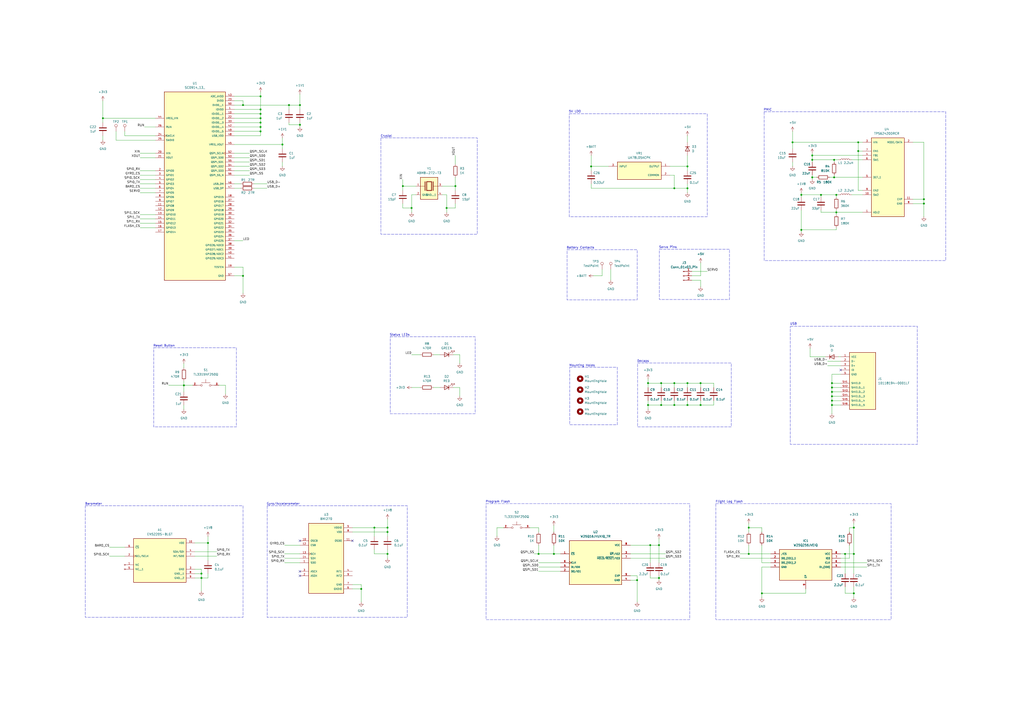
<source format=kicad_sch>
(kicad_sch (version 20250114) (generator "eeschema") (generator_version "9.0")
  (paper "A2")
  (rectangle (start 330.2 66.04) (end 410.21 125.73) (stroke (width 0) (type dash)))
  (rectangle (start 330.454 213.106) (end 358.14 246.38) (stroke (width 0) (type dash)))
  (rectangle (start 443.23 64.77) (end 548.64 151.13) (stroke (width 0) (type dash)))
  (rectangle (start 369.824 210.566) (end 424.18 247.65) (stroke (width 0) (type dash)))
  (rectangle (start 49.53 293.37) (end 140.97 358.14) (stroke (width 0) (type dash)))
  (rectangle (start 415.29 292.1) (end 516.89 359.41) (stroke (width 0) (type dash)))
  (rectangle (start 382.524 144.526) (end 423.164 173.736) (stroke (width 0) (type dash)))
  (rectangle (start 281.94 292.1) (end 400.05 359.41) (stroke (width 0) (type dash)))
  (rectangle (start 154.94 293.37) (end 236.22 358.14) (stroke (width 0) (type dash)))
  (rectangle (start 220.98 80.01) (end 276.86 135.89) (stroke (width 0) (type dash)))
  (rectangle (start 89.154 201.676) (end 137.16 247.65) (stroke (width 0) (type dash)))
  (rectangle (start 458.47 189.23) (end 532.13 257.81) (stroke (width 0) (type dash)))
  (rectangle (start 226.314 195.326) (end 275.59 240.03) (stroke (width 0) (type dash)))
  (rectangle (start 328.93 144.78) (end 369.57 173.99) (stroke (width 0) (type dash)))
  (text "Battery Contacts" (at 328.676 143.764 0) (effects (font (size 1.27 1.27)) (justify left)))
  (text "Gyro/Accelerometer" (at 154.686 292.354 0) (effects (font (size 1.27 1.27)) (justify left)))
  (text "5V LDO" (at 329.946 64.77 0) (effects (font (size 1.27 1.27)) (justify left)))
  (text "Decaps" (at 369.57 209.55 0) (effects (font (size 1.27 1.27)) (justify left)))
  (text "PMIC" (at 442.976 63.754 0) (effects (font (size 1.27 1.27)) (justify left)))
  (text "Mounting Holes" (at 330.2 212.09 0) (effects (font (size 1.27 1.27)) (justify left)))
  (text "Flight Log Flash" (at 415.036 291.084 0) (effects (font (size 1.27 1.27)) (justify left)))
  (text "Servo Pins" (at 382.27 143.51 0) (effects (font (size 1.27 1.27)) (justify left)))
  (text "Barometer" (at 49.276 292.354 0) (effects (font (size 1.27 1.27)) (justify left)))
  (text "Reset Button" (at 88.9 200.66 0) (effects (font (size 1.27 1.27)) (justify left)))
  (text "USB" (at 460.248 187.96 0) (effects (font (size 1.27 1.27))))
  (text "Program Flash" (at 281.686 291.084 0) (effects (font (size 1.27 1.27)) (justify left)))
  (text "Crystal" (at 220.726 78.994 0) (effects (font (size 1.27 1.27)) (justify left)))
  (text "Status LEDs" (at 226.06 194.31 0) (effects (font (size 1.27 1.27)) (justify left)))
  (junction (at 476.25 113.03))
  (junction (at 535.94 118.11))
  (junction (at 398.78 109.22))
  (junction (at 209.55 341.63))
  (junction (at 535.94 115.57))
  (junction (at 224.79 306.07))
  (junction (at 483.87 92.71))
  (junction (at 482.6 232.41))
  (junction (at 398.78 234.95))
  (junction (at 163.83 83.82))
  (junction (at 264.16 107.95))
  (junction (at 497.84 82.55))
  (junction (at 342.9 96.52))
  (junction (at 471.17 102.87))
  (junction (at 485.14 123.19))
  (junction (at 490.22 321.31))
  (junction (at 120.65 314.96))
  (junction (at 151.13 68.58))
  (junction (at 391.16 222.25))
  (junction (at 406.4 234.95))
  (junction (at 375.92 234.95))
  (junction (at 441.96 344.17))
  (junction (at 151.13 71.12))
  (junction (at 495.3 344.17))
  (junction (at 151.13 63.5))
  (junction (at 434.34 321.31))
  (junction (at 434.34 306.07))
  (junction (at 321.31 321.31))
  (junction (at 312.42 321.31))
  (junction (at 151.13 73.66))
  (junction (at 485.14 113.03))
  (junction (at 217.17 306.07))
  (junction (at 382.27 335.28))
  (junction (at 391.16 109.22))
  (junction (at 398.78 222.25))
  (junction (at 151.13 76.2))
  (junction (at 224.79 321.31))
  (junction (at 151.13 66.04))
  (junction (at 140.97 60.96))
  (junction (at 471.17 92.71))
  (junction (at 464.82 113.03))
  (junction (at 259.08 120.65))
  (junction (at 495.3 321.31))
  (junction (at 151.13 55.88))
  (junction (at 483.87 102.87))
  (junction (at 375.92 222.25))
  (junction (at 116.84 332.74))
  (junction (at 173.99 60.96))
  (junction (at 482.6 227.33))
  (junction (at 482.6 224.79))
  (junction (at 116.84 335.28))
  (junction (at 482.6 229.87))
  (junction (at 224.79 308.61))
  (junction (at 106.68 223.52))
  (junction (at 497.84 87.63))
  (junction (at 495.3 306.07))
  (junction (at 238.76 120.65))
  (junction (at 167.64 60.96))
  (junction (at 377.19 316.23))
  (junction (at 382.27 316.23))
  (junction (at 471.17 90.17))
  (junction (at 383.54 222.25))
  (junction (at 59.69 68.58))
  (junction (at 173.99 72.39))
  (junction (at 391.16 234.95))
  (junction (at 464.82 133.35))
  (junction (at 459.74 82.55))
  (junction (at 383.54 234.95))
  (junction (at 398.78 96.52))
  (junction (at 406.4 222.25))
  (junction (at 233.68 107.95))
  (junction (at 369.57 336.55))
  (junction (at 482.6 222.25))
  (junction (at 482.6 234.95))
  (junction (at 140.97 160.02))
  (no_connect (at 173.99 334.01))
  (no_connect (at 173.99 331.47))
  (no_connect (at 204.47 313.69))
  (no_connect (at 487.68 214.63))
  (no_connect (at 173.99 313.69))
  (wire (pts (xy 90.17 68.58) (xy 59.69 68.58)))
  (wire (pts (xy 59.69 68.58) (xy 59.69 58.42)))
  (wire (pts (xy 391.16 101.6) (xy 391.16 109.22)))
  (wire (pts (xy 106.68 210.82) (xy 106.68 213.36)))
  (wire (pts (xy 476.25 123.19) (xy 485.14 123.19)))
  (wire (pts (xy 414.02 232.41) (xy 414.02 234.95)))
  (wire (pts (xy 167.64 60.96) (xy 167.64 63.5)))
  (wire (pts (xy 375.92 222.25) (xy 375.92 224.79)))
  (wire (pts (xy 130.81 228.6) (xy 130.81 223.52)))
  (wire (pts (xy 135.89 55.88) (xy 151.13 55.88)))
  (wire (pts (xy 377.19 316.23) (xy 382.27 316.23)))
  (wire (pts (xy 398.78 222.25) (xy 391.16 222.25)))
  (wire (pts (xy 441.96 344.17) (xy 441.96 328.93)))
  (wire (pts (xy 116.84 330.2) (xy 113.03 330.2)))
  (wire (pts (xy 485.14 123.19) (xy 500.38 123.19)))
  (wire (pts (xy 434.34 321.31) (xy 447.04 321.31)))
  (wire (pts (xy 165.1 316.23) (xy 173.99 316.23)))
  (wire (pts (xy 130.81 223.52) (xy 127 223.52)))
  (wire (pts (xy 495.3 306.07) (xy 495.3 321.31)))
  (wire (pts (xy 209.55 339.09) (xy 204.47 339.09)))
  (wire (pts (xy 266.7 205.74) (xy 262.89 205.74)))
  (wire (pts (xy 113.03 332.74) (xy 116.84 332.74)))
  (wire (pts (xy 135.89 68.58) (xy 151.13 68.58)))
  (wire (pts (xy 495.3 321.31) (xy 495.3 332.74)))
  (wire (pts (xy 464.82 133.35) (xy 464.82 134.62)))
  (wire (pts (xy 497.84 87.63) (xy 497.84 82.55)))
  (wire (pts (xy 391.16 234.95) (xy 383.54 234.95)))
  (wire (pts (xy 113.03 320.04) (xy 125.73 320.04)))
  (wire (pts (xy 135.89 63.5) (xy 151.13 63.5)))
  (wire (pts (xy 72.39 78.74) (xy 72.39 76.2)))
  (wire (pts (xy 106.68 234.95) (xy 106.68 237.49)))
  (wire (pts (xy 151.13 63.5) (xy 151.13 66.04)))
  (wire (pts (xy 251.46 224.79) (xy 255.27 224.79)))
  (wire (pts (xy 398.78 106.68) (xy 398.78 109.22)))
  (wire (pts (xy 238.76 120.65) (xy 238.76 113.03)))
  (wire (pts (xy 464.82 121.92) (xy 464.82 133.35)))
  (wire (pts (xy 490.22 340.36) (xy 490.22 344.17)))
  (wire (pts (xy 482.6 234.95) (xy 487.68 234.95)))
  (wire (pts (xy 321.31 304.8) (xy 321.31 308.61)))
  (wire (pts (xy 264.16 118.11) (xy 264.16 120.65)))
  (wire (pts (xy 106.68 223.52) (xy 111.76 223.52)))
  (wire (pts (xy 113.03 322.58) (xy 125.73 322.58)))
  (wire (pts (xy 312.42 308.61) (xy 312.42 306.07)))
  (wire (pts (xy 173.99 71.12) (xy 173.99 72.39)))
  (wire (pts (xy 116.84 332.74) (xy 116.84 330.2)))
  (wire (pts (xy 383.54 222.25) (xy 375.92 222.25)))
  (wire (pts (xy 217.17 306.07) (xy 217.17 311.15)))
  (wire (pts (xy 81.28 109.22) (xy 90.17 109.22)))
  (wire (pts (xy 406.4 234.95) (xy 398.78 234.95)))
  (wire (pts (xy 471.17 101.6) (xy 471.17 102.87)))
  (wire (pts (xy 67.31 81.28) (xy 90.17 81.28)))
  (wire (pts (xy 382.27 334.01) (xy 382.27 335.28)))
  (wire (pts (xy 233.68 104.14) (xy 233.68 107.95)))
  (wire (pts (xy 321.31 316.23) (xy 321.31 321.31)))
  (wire (pts (xy 151.13 78.74) (xy 135.89 78.74)))
  (wire (pts (xy 495.3 340.36) (xy 495.3 344.17)))
  (wire (pts (xy 266.7 210.82) (xy 266.7 205.74)))
  (wire (pts (xy 434.34 316.23) (xy 434.34 321.31)))
  (wire (pts (xy 459.74 93.98) (xy 459.74 96.52)))
  (wire (pts (xy 375.92 237.49) (xy 375.92 234.95)))
  (wire (pts (xy 459.74 82.55) (xy 459.74 86.36)))
  (wire (pts (xy 165.1 326.39) (xy 173.99 326.39)))
  (wire (pts (xy 116.84 342.9) (xy 116.84 335.28)))
  (wire (pts (xy 163.83 83.82) (xy 135.89 83.82)))
  (wire (pts (xy 406.4 222.25) (xy 398.78 222.25)))
  (wire (pts (xy 535.94 82.55) (xy 529.59 82.55)))
  (wire (pts (xy 482.6 222.25) (xy 482.6 217.17)))
  (wire (pts (xy 383.54 234.95) (xy 375.92 234.95)))
  (wire (pts (xy 482.6 227.33) (xy 482.6 224.79)))
  (wire (pts (xy 398.78 78.74) (xy 398.78 82.55)))
  (wire (pts (xy 135.89 73.66) (xy 151.13 73.66)))
  (wire (pts (xy 344.17 160.02) (xy 349.25 160.02)))
  (wire (pts (xy 312.42 316.23) (xy 312.42 321.31)))
  (wire (pts (xy 81.28 91.44) (xy 90.17 91.44)))
  (wire (pts (xy 135.89 139.7) (xy 140.97 139.7)))
  (wire (pts (xy 429.26 321.31) (xy 434.34 321.31)))
  (wire (pts (xy 482.6 217.17) (xy 487.68 217.17)))
  (wire (pts (xy 264.16 120.65) (xy 259.08 120.65)))
  (wire (pts (xy 151.13 76.2) (xy 151.13 78.74)))
  (wire (pts (xy 487.68 321.31) (xy 490.22 321.31)))
  (wire (pts (xy 63.5 317.5) (xy 72.39 317.5)))
  (wire (pts (xy 243.84 224.79) (xy 238.76 224.79)))
  (wire (pts (xy 398.78 222.25) (xy 398.78 224.79)))
  (wire (pts (xy 72.39 78.74) (xy 90.17 78.74)))
  (wire (pts (xy 471.17 102.87) (xy 473.71 102.87)))
  (wire (pts (xy 485.14 133.35) (xy 464.82 133.35)))
  (wire (pts (xy 377.19 334.01) (xy 377.19 335.28)))
  (wire (pts (xy 266.7 229.87) (xy 266.7 224.79)))
  (wire (pts (xy 173.99 54.61) (xy 173.99 60.96)))
  (wire (pts (xy 497.84 110.49) (xy 497.84 87.63)))
  (wire (pts (xy 398.78 90.17) (xy 398.78 96.52)))
  (wire (pts (xy 398.78 234.95) (xy 398.78 232.41)))
  (wire (pts (xy 406.4 152.4) (xy 406.4 160.02)))
  (wire (pts (xy 312.42 306.07) (xy 307.34 306.07)))
  (wire (pts (xy 217.17 321.31) (xy 224.79 321.31)))
  (wire (pts (xy 238.76 113.03) (xy 241.3 113.03)))
  (wire (pts (xy 259.08 113.03) (xy 256.54 113.03)))
  (wire (pts (xy 471.17 88.9) (xy 471.17 90.17)))
  (wire (pts (xy 173.99 72.39) (xy 173.99 73.66)))
  (wire (pts (xy 135.89 91.44) (xy 144.78 91.44)))
  (wire (pts (xy 106.68 223.52) (xy 106.68 227.33)))
  (wire (pts (xy 135.89 106.68) (xy 139.7 106.68)))
  (wire (pts (xy 204.47 306.07) (xy 217.17 306.07)))
  (wire (pts (xy 106.68 220.98) (xy 106.68 223.52)))
  (wire (pts (xy 464.82 113.03) (xy 464.82 114.3)))
  (wire (pts (xy 264.16 102.87) (xy 264.16 107.95)))
  (wire (pts (xy 233.68 118.11) (xy 233.68 120.65)))
  (wire (pts (xy 342.9 96.52) (xy 353.06 96.52)))
  (wire (pts (xy 464.82 111.76) (xy 464.82 113.03)))
  (wire (pts (xy 163.83 83.82) (xy 163.83 86.36)))
  (wire (pts (xy 140.97 170.18) (xy 140.97 160.02)))
  (wire (pts (xy 369.57 334.01) (xy 369.57 336.55)))
  (wire (pts (xy 487.68 232.41) (xy 482.6 232.41)))
  (wire (pts (xy 369.57 336.55) (xy 365.76 336.55)))
  (wire (pts (xy 467.36 341.63) (xy 467.36 344.17)))
  (wire (pts (xy 490.22 321.31) (xy 495.3 321.31)))
  (wire (pts (xy 377.19 335.28) (xy 382.27 335.28)))
  (wire (pts (xy 135.89 88.9) (xy 144.78 88.9)))
  (wire (pts (xy 497.84 82.55) (xy 500.38 82.55)))
  (wire (pts (xy 467.36 344.17) (xy 441.96 344.17)))
  (wire (pts (xy 383.54 222.25) (xy 383.54 224.79)))
  (wire (pts (xy 59.69 78.74) (xy 59.69 81.28)))
  (wire (pts (xy 476.25 113.03) (xy 476.25 114.3)))
  (wire (pts (xy 81.28 124.46) (xy 90.17 124.46)))
  (wire (pts (xy 388.62 101.6) (xy 391.16 101.6)))
  (wire (pts (xy 365.76 316.23) (xy 377.19 316.23)))
  (wire (pts (xy 383.54 234.95) (xy 383.54 232.41)))
  (wire (pts (xy 500.38 87.63) (xy 497.84 87.63)))
  (wire (pts (xy 481.33 102.87) (xy 483.87 102.87)))
  (wire (pts (xy 325.12 321.31) (xy 321.31 321.31)))
  (wire (pts (xy 325.12 328.93) (xy 312.42 328.93)))
  (wire (pts (xy 342.9 106.68) (xy 342.9 109.22)))
  (wire (pts (xy 369.57 349.25) (xy 369.57 336.55)))
  (wire (pts (xy 151.13 73.66) (xy 151.13 76.2)))
  (wire (pts (xy 165.1 321.31) (xy 173.99 321.31)))
  (wire (pts (xy 209.55 341.63) (xy 209.55 339.09)))
  (wire (pts (xy 135.89 101.6) (xy 144.78 101.6)))
  (wire (pts (xy 81.28 101.6) (xy 90.17 101.6)))
  (wire (pts (xy 325.12 331.47) (xy 312.42 331.47)))
  (wire (pts (xy 120.65 332.74) (xy 120.65 335.28)))
  (wire (pts (xy 342.9 90.17) (xy 342.9 96.52)))
  (wire (pts (xy 140.97 60.96) (xy 167.64 60.96)))
  (wire (pts (xy 238.76 123.19) (xy 238.76 120.65)))
  (wire (pts (xy 487.68 212.09) (xy 480.06 212.09)))
  (wire (pts (xy 81.28 129.54) (xy 90.17 129.54)))
  (wire (pts (xy 113.03 335.28) (xy 116.84 335.28)))
  (wire (pts (xy 224.79 321.31) (xy 224.79 323.85)))
  (wire (pts (xy 354.33 156.21) (xy 354.33 162.56)))
  (wire (pts (xy 382.27 335.28) (xy 382.27 336.55)))
  (wire (pts (xy 406.4 160.02) (xy 401.32 160.02)))
  (wire (pts (xy 434.34 306.07) (xy 434.34 308.61)))
  (wire (pts (xy 81.28 106.68) (xy 90.17 106.68)))
  (wire (pts (xy 483.87 92.71) (xy 486.41 92.71)))
  (wire (pts (xy 495.3 303.53) (xy 495.3 306.07)))
  (wire (pts (xy 441.96 306.07) (xy 434.34 306.07)))
  (wire (pts (xy 217.17 318.77) (xy 217.17 321.31)))
  (wire (pts (xy 482.6 229.87) (xy 487.68 229.87)))
  (wire (pts (xy 441.96 326.39) (xy 447.04 326.39)))
  (wire (pts (xy 135.89 58.42) (xy 140.97 58.42)))
  (wire (pts (xy 209.55 349.25) (xy 209.55 341.63)))
  (wire (pts (xy 365.76 323.85) (xy 386.08 323.85)))
  (wire (pts (xy 342.9 96.52) (xy 342.9 99.06)))
  (wire (pts (xy 494.03 113.03) (xy 500.38 113.03)))
  (wire (pts (xy 135.89 71.12) (xy 151.13 71.12)))
  (wire (pts (xy 485.14 113.03) (xy 485.14 114.3)))
  (wire (pts (xy 398.78 109.22) (xy 398.78 111.76)))
  (wire (pts (xy 495.3 344.17) (xy 495.3 346.71)))
  (wire (pts (xy 173.99 60.96) (xy 173.99 63.5)))
  (wire (pts (xy 469.9 207.01) (xy 478.79 207.01)))
  (wire (pts (xy 81.28 104.14) (xy 90.17 104.14)))
  (wire (pts (xy 81.28 99.06) (xy 90.17 99.06)))
  (wire (pts (xy 259.08 120.65) (xy 259.08 113.03)))
  (wire (pts (xy 147.32 106.68) (xy 154.94 106.68)))
  (wire (pts (xy 441.96 316.23) (xy 441.96 326.39)))
  (wire (pts (xy 224.79 306.07) (xy 224.79 308.61)))
  (wire (pts (xy 459.74 76.2) (xy 459.74 82.55)))
  (wire (pts (xy 167.64 60.96) (xy 173.99 60.96)))
  (wire (pts (xy 204.47 308.61) (xy 224.79 308.61)))
  (wire (pts (xy 398.78 96.52) (xy 398.78 99.06)))
  (wire (pts (xy 487.68 209.55) (xy 480.06 209.55)))
  (wire (pts (xy 167.64 72.39) (xy 173.99 72.39)))
  (wire (pts (xy 264.16 110.49) (xy 264.16 107.95)))
  (wire (pts (xy 414.02 224.79) (xy 414.02 222.25)))
  (wire (pts (xy 342.9 109.22) (xy 391.16 109.22)))
  (wire (pts (xy 204.47 341.63) (xy 209.55 341.63)))
  (wire (pts (xy 312.42 321.31) (xy 309.88 321.31)))
  (wire (pts (xy 264.16 107.95) (xy 256.54 107.95)))
  (wire (pts (xy 494.03 92.71) (xy 500.38 92.71)))
  (wire (pts (xy 482.6 222.25) (xy 487.68 222.25)))
  (wire (pts (xy 391.16 222.25) (xy 391.16 224.79)))
  (wire (pts (xy 377.19 316.23) (xy 377.19 326.39)))
  (wire (pts (xy 476.25 113.03) (xy 485.14 113.03)))
  (wire (pts (xy 482.6 227.33) (xy 487.68 227.33)))
  (wire (pts (xy 243.84 205.74) (xy 238.76 205.74)))
  (wire (pts (xy 492.76 306.07) (xy 495.3 306.07)))
  (wire (pts (xy 529.59 115.57) (xy 535.94 115.57)))
  (wire (pts (xy 81.28 88.9) (xy 90.17 88.9)))
  (wire (pts (xy 485.14 123.19) (xy 485.14 124.46)))
  (wire (pts (xy 233.68 120.65) (xy 238.76 120.65)))
  (wire (pts (xy 483.87 101.6) (xy 483.87 102.87)))
  (wire (pts (xy 135.89 66.04) (xy 151.13 66.04)))
  (wire (pts (xy 135.89 60.96) (xy 140.97 60.96)))
  (wire (pts (xy 406.4 234.95) (xy 406.4 232.41)))
  (wire (pts (xy 471.17 90.17) (xy 471.17 92.71)))
  (wire (pts (xy 224.79 300.99) (xy 224.79 306.07)))
  (wire (pts (xy 391.16 109.22) (xy 398.78 109.22)))
  (wire (pts (xy 476.25 113.03) (xy 464.82 113.03)))
  (wire (pts (xy 490.22 321.31) (xy 490.22 332.74)))
  (wire (pts (xy 375.92 219.71) (xy 375.92 222.25)))
  (wire (pts (xy 163.83 93.98) (xy 163.83 96.52)))
  (wire (pts (xy 288.29 306.07) (xy 292.1 306.07)))
  (wire (pts (xy 81.28 132.08) (xy 90.17 132.08)))
  (wire (pts (xy 482.6 232.41) (xy 482.6 234.95)))
  (wire (pts (xy 135.89 154.94) (xy 140.97 154.94)))
  (wire (pts (xy 490.22 344.17) (xy 495.3 344.17)))
  (wire (pts (xy 410.21 157.48) (xy 401.32 157.48)))
  (wire (pts (xy 429.26 323.85) (xy 447.04 323.85)))
  (wire (pts (xy 535.94 125.73) (xy 535.94 118.11)))
  (wire (pts (xy 483.87 102.87) (xy 500.38 102.87)))
  (wire (pts (xy 500.38 110.49) (xy 497.84 110.49)))
  (wire (pts (xy 414.02 222.25) (xy 406.4 222.25)))
  (wire (pts (xy 441.96 308.61) (xy 441.96 306.07)))
  (wire (pts (xy 398.78 234.95) (xy 391.16 234.95)))
  (wire (pts (xy 492.76 323.85) (xy 487.68 323.85)))
  (wire (pts (xy 116.84 335.28) (xy 116.84 332.74)))
  (wire (pts (xy 288.29 311.15) (xy 288.29 306.07)))
  (wire (pts (xy 151.13 66.04) (xy 151.13 68.58)))
  (wire (pts (xy 233.68 107.95) (xy 241.3 107.95)))
  (wire (pts (xy 264.16 90.17) (xy 264.16 95.25)))
  (wire (pts (xy 224.79 318.77) (xy 224.79 321.31)))
  (wire (pts (xy 482.6 229.87) (xy 482.6 232.41)))
  (wire (pts (xy 529.59 118.11) (xy 535.94 118.11)))
  (wire (pts (xy 483.87 93.98) (xy 483.87 92.71)))
  (wire (pts (xy 63.5 322.58) (xy 72.39 322.58)))
  (wire (pts (xy 81.28 127) (xy 90.17 127)))
  (wire (pts (xy 135.89 76.2) (xy 151.13 76.2)))
  (wire (pts (xy 151.13 55.88) (xy 151.13 63.5)))
  (wire (pts (xy 147.32 109.22) (xy 154.94 109.22)))
  (wire (pts (xy 471.17 92.71) (xy 471.17 93.98)))
  (wire (pts (xy 163.83 80.01) (xy 163.83 83.82)))
  (wire (pts (xy 406.4 166.37) (xy 406.4 162.56)))
  (wire (pts (xy 500.38 90.17) (xy 471.17 90.17)))
  (wire (pts (xy 434.34 303.53) (xy 434.34 306.07)))
  (wire (pts (xy 59.69 68.58) (xy 59.69 71.12)))
  (wire (pts (xy 233.68 110.49) (xy 233.68 107.95)))
  (wire (pts (xy 441.96 346.71) (xy 441.96 344.17)))
  (wire (pts (xy 482.6 234.95) (xy 482.6 240.03)))
  (wire (pts (xy 151.13 71.12) (xy 151.13 73.66)))
  (wire (pts (xy 483.87 92.71) (xy 471.17 92.71)))
  (wire (pts (xy 365.76 334.01) (xy 369.57 334.01)))
  (wire (pts (xy 325.12 326.39) (xy 312.42 326.39)))
  (wire (pts (xy 120.65 311.15) (xy 120.65 314.96)))
  (wire (pts (xy 459.74 82.55) (xy 497.84 82.55)))
  (wire (pts (xy 135.89 99.06) (xy 144.78 99.06)))
  (wire (pts (xy 217.17 306.07) (xy 224.79 306.07)))
  (wire (pts (xy 167.64 71.12) (xy 167.64 72.39)))
  (wire (pts (xy 535.94 115.57) (xy 535.94 82.55)))
  (wire (pts (xy 502.92 328.93) (xy 487.68 328.93)))
  (wire (pts (xy 140.97 160.02) (xy 135.89 160.02)))
  (wire (pts (xy 365.76 321.31) (xy 386.08 321.31)))
  (wire (pts (xy 469.9 201.93) (xy 469.9 207.01)))
  (wire (pts (xy 406.4 222.25) (xy 406.4 224.79)))
  (wire (pts (xy 492.76 316.23) (xy 492.76 323.85)))
  (wire (pts (xy 502.92 326.39) (xy 487.68 326.39)))
  (wire (pts (xy 251.46 205.74) (xy 255.27 205.74)))
  (wire (pts (xy 259.08 123.19) (xy 259.08 120.65)))
  (wire (pts (xy 266.7 224.79) (xy 262.89 224.79)))
  (wire (pts (xy 140.97 58.42) (xy 140.97 60.96)))
  (wire (pts (xy 321.31 321.31) (xy 312.42 321.31)))
  (wire (pts (xy 224.79 308.61) (xy 224.79 311.15)))
  (wire (pts (xy 382.27 316.23) (xy 382.27 326.39)))
  (wire (pts (xy 482.6 224.79) (xy 487.68 224.79)))
  (wire (pts (xy 135.89 96.52) (xy 144.78 96.52)))
  (wire (pts (xy 165.1 323.85) (xy 173.99 323.85)))
  (wire (pts (xy 482.6 224.79) (xy 482.6 222.25)))
  (wire (pts (xy 391.16 222.25) (xy 383.54 222.25)))
  (wire (pts (xy 151.13 68.58) (xy 151.13 71.12)))
  (wire (pts (xy 382.27 312.42) (xy 382.27 316.23)))
  (wire (pts (xy 476.25 121.92) (xy 476.25 123.19)))
  (wire (pts (xy 471.17 104.14) (xy 471.17 102.87)))
  (wire (pts (xy 120.65 314.96) (xy 120.65 325.12)))
  (wire (pts (xy 485.14 132.08) (xy 485.14 133.35)))
  (wire (pts (xy 485.14 113.03) (xy 486.41 113.03)))
  (wire (pts (xy 113.03 314.96) (xy 120.65 314.96)))
  (wire (pts (xy 135.89 109.22) (xy 139.7 109.22)))
  (wire (pts (xy 486.41 207.01) (xy 487.68 207.01)))
  (wire (pts (xy 375.92 234.95) (xy 375.92 232.41)))
  (wire (pts (xy 67.31 76.2) (xy 67.31 81.28)))
  (wire (pts (xy 97.79 223.52) (xy 106.68 223.52)))
  (wire (pts (xy 81.28 111.76) (xy 90.17 111.76)))
  (wire (pts (xy 388.62 96.52) (xy 398.78 96.52)))
  (wire (pts (xy 535.94 118.11) (xy 535.94 115.57)))
  (wire (pts (xy 83.82 73.66) (xy 90.17 73.66)))
  (wire (pts (xy 492.76 308.61) (xy 492.76 306.07)))
  (wire (pts (xy 391.16 234.95) (xy 391.16 232.41)))
  (wire (pts (xy 485.14 121.92) (xy 485.14 123.19)))
  (wire (pts (xy 414.02 234.95) (xy 406.4 234.95)))
  (wire (pts (xy 116.84 335.28) (xy 120.65 335.28)))
  (wire (pts (xy 482.6 229.87) (xy 482.6 227.33)))
  (wire (pts (xy 140.97 154.94) (xy 140.97 160.02)))
  (wire (pts (xy 151.13 53.34) (xy 151.13 55.88)))
  (wire (pts (xy 441.96 328.93) (xy 447.04 328.93)))
  (wire (pts (xy 349.25 160.02) (xy 349.25 156.21)))
  (wire (pts (xy 406.4 162.56) (xy 401.32 162.56)))
  (wire (pts (xy 135.89 93.98) (xy 144.78 93.98)))
  (label "BARO_CS" (at 81.28 109.22 180))
  (label "USB_D+" (at 480.06 212.09 180))
  (label "FLASH_CS" (at 81.28 132.08 180))
  (label "SPI1_SCK" (at 81.28 124.46 180))
  (label "SPI0_TX" (at 81.28 106.68 180))
  (label "SPI1_SCK" (at 502.92 326.39 0))
  (label "QSPI_SD1" (at 144.78 93.98 0))
  (label "QSPI_SCLK" (at 312.42 326.39 180))
  (label "USB_D-" (at 480.06 209.55 180))
  (label "SERVO" (at 81.28 111.76 180))
  (label "SPI1_RX" (at 429.26 323.85 180))
  (label "BARO_CS" (at 63.5 317.5 180))
  (label "QSPI_SD2" (at 386.08 321.31 0))
  (label "SPI1_TX" (at 502.92 328.93 0))
  (label "LED" (at 238.76 205.74 180))
  (label "SPI0_RX" (at 165.1 326.39 180))
  (label "SPI1_RX" (at 81.28 129.54 180))
  (label "QSPI_SD1" (at 312.42 331.47 180))
  (label "QSPI_SCLK" (at 144.78 88.9 0))
  (label "FLASH_CS" (at 429.26 321.31 180))
  (label "SPI0_TX" (at 125.73 320.04 0))
  (label "GYRO_CS" (at 81.28 101.6 180))
  (label "XIN" (at 233.68 104.14 90))
  (label "GYRO_CS" (at 165.1 316.23 180))
  (label "SPI0_TX" (at 165.1 323.85 180))
  (label "SPI0_SCK" (at 81.28 104.14 180))
  (label "USB_D+" (at 154.94 109.22 0))
  (label "XOUT" (at 264.16 90.17 90))
  (label "SPI0_RX" (at 125.73 322.58 0))
  (label "SPI0_SCK" (at 165.1 321.31 180))
  (label "SPI1_TX" (at 81.28 127 180))
  (label "QSPI_SD3" (at 386.08 323.85 0))
  (label "QSPI_SD0" (at 312.42 328.93 180))
  (label "RUN" (at 83.82 73.66 180))
  (label "QSPI_SS" (at 309.88 321.31 180))
  (label "QSPI_SS" (at 144.78 101.6 0))
  (label "USB_D-" (at 154.94 106.68 0))
  (label "RUN" (at 97.79 223.52 180))
  (label "XIN" (at 81.28 88.9 180))
  (label "QSPI_SD2" (at 144.78 96.52 0))
  (label "QSPI_SD3" (at 144.78 99.06 0))
  (label "XOUT" (at 81.28 91.44 180))
  (label "LED" (at 140.97 139.7 0))
  (label "QSPI_SD0" (at 144.78 91.44 0))
  (label "SPI0_RX" (at 81.28 99.06 180))
  (label "SERVO" (at 410.21 157.48 0))
  (label "SPI0_SCK" (at 63.5 322.58 180))
  (symbol (lib_id "Device:L") (at 490.22 113.03 90) (unit 1)
    (property "Reference" "L2" (at 487.426 110.49 90))
    (property "Value" "2.2uH" (at 492.506 110.49 90))
    (property "Footprint" "Inductor_SMD:L_0402_1005Metric" (effects (hide yes)))
    (property "Description" "Inductor" (effects (hide yes)))
  )
  (symbol (lib_id "Device:C") (at 383.54 228.6 0) (unit 1)
    (property "Reference" "C10" (at 384.81 226.06 0) (effects (justify left)))
    (property "Value" "0.1uF" (at 384.81 231.648 0) (effects (justify left)))
    (property "Footprint" "Capacitor_SMD:C_0402_1005Metric" (effects (hide yes)))
    (property "Description" "Unpolarized capacitor" (effects (hide yes)))
  )
  (symbol (lib_id "Device:C") (at 476.25 118.11 0) (unit 1)
    (property "Reference" "C17" (at 475.488 115.57 0) (effects (justify right)))
    (property "Value" "33pF" (at 475.742 120.904 0) (effects (justify right)))
    (property "Footprint" "Capacitor_SMD:C_0402_1005Metric" (effects (hide yes)))
    (property "Description" "Unpolarized capacitor" (effects (hide yes)))
  )
  (symbol (lib_id "power:GND") (at 482.6 240.03 0) (unit 1)
    (property "Reference" "#PWR013" (effects (hide yes)))
    (property "Value" "GND" (at 482.6 245.11 0))
    (property "Description" "Power symbol creates a global label with name \"GND\" , ground" (effects (hide yes)))
  )
  (symbol (lib_id "Device:C") (at 106.68 231.14 0) (mirror y) (unit 1)
    (property "Reference" "C21" (at 105.41 228.6 0) (effects (justify left)))
    (property "Value" "1uF" (at 105.41 234.188 0) (effects (justify left)))
    (property "Footprint" "Capacitor_SMD:C_0402_1005Metric" (effects (hide yes)))
    (property "Description" "Unpolarized capacitor" (effects (hide yes)))
  )
  (symbol (lib_id "power:GND") (at 163.83 96.52 0) (unit 1)
    (property "Reference" "#PWR04" (effects (hide yes)))
    (property "Value" "GND" (at 163.83 101.6 0))
    (property "Description" "Power symbol creates a global label with name \"GND\" , ground" (effects (hide yes)))
  )
  (symbol (lib_id "Mechanical:MountingHole") (at 336.55 219.71 0) (unit 1) (in_bom no)
    (property "Reference" "H1" (at 339.09 218.4399 0) (effects (justify left)))
    (property "Value" "MountingHole" (at 339.09 220.9799 0) (effects (justify left)))
    (property "Footprint" "MountingHole:MountingHole_3mm" (effects (hide yes)))
    (property "Description" "Mounting Hole without connection" (effects (hide yes)))
  )
  (symbol (lib_id "power:GND") (at 106.68 237.49 0) (unit 1)
    (property "Reference" "#PWR030" (effects (hide yes)))
    (property "Value" "GND" (at 106.68 242.57 0))
    (property "Description" "Power symbol creates a global label with name \"GND\" , ground" (effects (hide yes)))
  )
  (symbol (lib_id "power:+5V") (at 406.4 152.4 0) (unit 1)
    (property "Reference" "#PWR044" (effects (hide yes)))
    (property "Value" "+5V" (at 406.4 147.32 0))
    (property "Description" "Power symbol creates a global label with name \"+5V\"" (effects (hide yes)))
  )
  (symbol (lib_id "power:+1V1") (at 163.83 80.01 0) (unit 1)
    (property "Reference" "#PWR03" (effects (hide yes)))
    (property "Value" "+1V1" (at 163.83 74.93 0))
    (property "Description" "Power symbol creates a global label with name \"+1V1\"" (effects (hide yes)))
  )
  (symbol (lib_id "Device:R") (at 106.68 217.17 0) (mirror x) (unit 1)
    (property "Reference" "R9" (at 104.14 215.8999 0) (effects (justify right)))
    (property "Value" "470R" (at 104.14 218.4399 0) (effects (justify right)))
    (property "Footprint" "Resistor_SMD:R_0402_1005Metric" (effects (hide yes)))
    (property "Description" "Resistor" (effects (hide yes)))
  )
  (symbol (lib_id "power:+5V") (at 469.9 201.93 0) (unit 1)
    (property "Reference" "#PWR012" (effects (hide yes)))
    (property "Value" "+5V" (at 469.9 196.85 0))
    (property "Description" "Power symbol creates a global label with name \"+5V\"" (effects (hide yes)))
  )
  (symbol (lib_id "Device:C") (at 120.65 328.93 0) (unit 1)
    (property "Reference" "C4" (at 124.46 327.6599 0) (effects (justify left)))
    (property "Value" "0.1uF" (at 124.46 330.1999 0) (effects (justify left)))
    (property "Footprint" "Capacitor_SMD:C_0402_1005Metric" (effects (hide yes)))
    (property "Description" "Unpolarized capacitor" (effects (hide yes)))
  )
  (symbol (lib_id "power:GND") (at 375.92 237.49 0) (unit 1)
    (property "Reference" "#PWR018" (effects (hide yes)))
    (property "Value" "GND" (at 375.92 242.57 0))
    (property "Description" "Power symbol creates a global label with name \"GND\" , ground" (effects (hide yes)))
  )
  (symbol (lib_id "Mechanical:MountingHole") (at 336.55 238.76 0) (unit 1) (in_bom no)
    (property "Reference" "H4" (at 339.09 237.4899 0) (effects (justify left)))
    (property "Value" "MountingHole" (at 339.09 240.0299 0) (effects (justify left)))
    (property "Footprint" "MountingHole:MountingHole_3mm" (effects (hide yes)))
    (property "Description" "Mounting Hole without connection" (effects (hide yes)))
  )
  (symbol (lib_id "power:GND") (at 266.7 229.87 0) (unit 1)
    (property "Reference" "#PWR041" (effects (hide yes)))
    (property "Value" "GND" (at 266.7 234.95 0))
    (property "Description" "Power symbol creates a global label with name \"GND\" , ground" (effects (hide yes)))
  )
  (symbol (lib_id "TPS62420DRCR:TPS62420DRCR") (at 514.35 100.33 0) (unit 1)
    (property "Reference" "U4" (at 514.35 74.93 0))
    (property "Value" "TPS62420DRCR" (at 514.35 77.47 0))
    (property "Footprint" "Components:IC_TPS62420DRCR" (effects (hide yes)))
    (property "PARTREV" "D" (effects (hide yes)))
    (property "STANDARD" "Manufacturer Recommendations" (effects (hide yes)))
    (property "MAXIMUM_PACKAGE_HEIGHT" "1.00 mm" (effects (hide yes)))
    (property "MANUFACTURER" "Texas Instruments" (effects (hide yes)))
  )
  (symbol (lib_id "power:GND") (at 173.99 73.66 0) (unit 1)
    (property "Reference" "#PWR06" (effects (hide yes)))
    (property "Value" "GND" (at 173.99 78.74 0))
    (property "Description" "Power symbol creates a global label with name \"GND\" , ground" (effects (hide yes)))
  )
  (symbol (lib_id "Device:C") (at 464.82 118.11 0) (unit 1)
    (property "Reference" "C18" (at 463.804 115.57 0) (effects (justify right)))
    (property "Value" "22uF" (at 463.804 120.904 0) (effects (justify right)))
    (property "Footprint" "Capacitor_SMD:C_0402_1005Metric" (effects (hide yes)))
    (property "Description" "Unpolarized capacitor" (effects (hide yes)))
  )
  (symbol (lib_id "Connector:TestPoint") (at 349.25 156.21 0) (mirror y) (unit 1)
    (property "Reference" "TP3" (at 347.345 151.638 0) (effects (justify left)))
    (property "Value" "TestPoint" (at 347.345 154.178 0) (effects (justify left)))
    (property "Footprint" "TestPoint:TestPoint_Pad_3.0x3.0mm" (effects (hide yes)))
  )
  (symbol (lib_id "Device:C") (at 406.4 228.6 0) (unit 1)
    (property "Reference" "C13" (at 407.67 226.06 0) (effects (justify left)))
    (property "Value" "0.1uF" (at 407.67 231.648 0) (effects (justify left)))
    (property "Footprint" "Capacitor_SMD:C_0402_1005Metric" (effects (hide yes)))
    (property "Description" "Unpolarized capacitor" (effects (hide yes)))
  )
  (symbol (lib_id "Device:LED") (at 259.08 205.74 180) (unit 1)
    (property "Reference" "D1" (at 259.08 199.39 0))
    (property "Value" "GREEN" (at 259.08 201.93 0))
    (property "Footprint" "LED_SMD:LED_0402_1005Metric" (effects (hide yes)))
    (property "Description" "Light emitting diode" (effects (hide yes)))
    (property "Sim.Pins" "1=K 2=A" (effects (hide yes)))
  )
  (symbol (lib_id "Device:C") (at 375.92 228.6 0) (unit 1)
    (property "Reference" "C9" (at 377.19 226.06 0) (effects (justify left)))
    (property "Value" "0.1uF" (at 377.19 231.648 0) (effects (justify left)))
    (property "Footprint" "Capacitor_SMD:C_0402_1005Metric" (effects (hide yes)))
    (property "Description" "Unpolarized capacitor" (effects (hide yes)))
  )
  (symbol (lib_id "Device:C") (at 224.79 314.96 0) (unit 1)
    (property "Reference" "C6" (at 228.6 313.6899 0) (effects (justify left)))
    (property "Value" "0.1uF" (at 228.6 316.2299 0) (effects (justify left)))
    (property "Footprint" "Capacitor_SMD:C_0402_1005Metric" (effects (hide yes)))
    (property "Description" "Unpolarized capacitor" (effects (hide yes)))
  )
  (symbol (lib_id "Device:C") (at 414.02 228.6 0) (unit 1)
    (property "Reference" "C14" (at 415.29 226.06 0) (effects (justify left)))
    (property "Value" "0.1uF" (at 415.29 231.648 0) (effects (justify left)))
    (property "Footprint" "Capacitor_SMD:C_0402_1005Metric" (effects (hide yes)))
    (property "Description" "Unpolarized capacitor" (effects (hide yes)))
  )
  (symbol (lib_id "power:+1V8") (at 464.82 111.76 0) (unit 1)
    (property "Reference" "#PWR025" (effects (hide yes)))
    (property "Value" "+1V8" (at 464.82 106.68 0))
    (property "Description" "Power symbol creates a global label with name \"+1V8\"" (effects (hide yes)))
  )
  (symbol (lib_id "W25Q16JVUXIQ_TR:W25Q16JVUXIQ_TR") (at 345.44 326.39 0) (unit 1)
    (property "Reference" "U2" (at 345.44 308.61 0))
    (property "Value" "W25Q16JVUXIQ_TR" (at 345.44 311.15 0))
    (property "Footprint" "Components:IC_W25Q16JVUXIQ_TR" (effects (hide yes)))
    (property "PARTREV" "H" (effects (hide yes)))
    (property "SNAPEDA_PN" "W25Q16JVUXIQ TR" (effects (hide yes)))
    (property "MANUFACTURER" "Winbond" (effects (hide yes)))
    (property "MAXIMUM_PACKAGE_HEIGHT" "0.60mm" (effects (hide yes)))
    (property "STANDARD" "Manufacturer Recommendations" (effects (hide yes)))
  )
  (symbol (lib_id "BMI270:BMI270") (at 189.23 323.85 0) (unit 1)
    (property "Reference" "U3" (at 189.23 298.45 0))
    (property "Value" "BMI270" (at 189.23 300.99 0))
    (property "Footprint" "Components:XDCR_BMI270" (effects (hide yes)))
    (property "PATREV" "1.0" (effects (hide yes)))
    (property "STANDARD" "Manufacturer Recommendations" (effects (hide yes)))
    (property "MAXIMUM_PACKAGE_HEIGHT" "0.87mm" (effects (hide yes)))
    (property "MANUFACTURER" "Bosch Sensortec" (effects (hide yes)))
  )
  (symbol (lib_id "ABM8-272-T3:ABM8-272-T3") (at 248.92 107.95 0) (unit 1)
    (property "Reference" "Y1" (at 248.92 97.79 0))
    (property "Value" "ABM8-272-T3" (at 248.92 100.33 0))
    (property "Footprint" "Components:XTAL_ABM8-272-T3" (effects (hide yes)))
    (property "MAXIMUM_PACKAGE_HEIGHT" "0.8mm" (effects (hide yes)))
    (property "CREATOR" "DIZAR" (effects (hide yes)))
    (property "STANDARD" "Manufacturer Recommendations" (effects (hide yes)))
    (property "PARTREV" "07-29-20" (effects (hide yes)))
    (property "MANUFACTURER" "ABRACON" (effects (hide yes)))
  )
  (symbol (lib_id "power:GND") (at 495.3 346.71 0) (unit 1)
    (property "Reference" "#PWR037" (effects (hide yes)))
    (property "Value" "GND" (at 495.3 351.79 0))
    (property "Description" "Power symbol creates a global label with name \"GND\" , ground" (effects (hide yes)))
  )
  (symbol (lib_id "W25Q256JVEIQ:W25Q256JVEIQ") (at 447.04 321.31 0) (unit 1)
    (property "Reference" "IC1" (at 467.36 313.69 0))
    (property "Value" "W25Q256JVEIQ" (at 467.36 316.23 0))
    (property "Footprint" "Components:SON127P800X600X80-9N" (effects (hide yes)))
    (property "MANUFACTURER_NAME" "Winbond" (effects (hide yes)))
    (property "MF" "Winbond Electronics" (effects (hide yes)))
    (property "MOUSER_PRICE-STOCK" "https://www.mouser.co.uk/ProductDetail/Winbond/W25Q256JVEIQ?qs=qSfuJ%252Bfl%2Fd4o%2FNFUf7yCgA%3D%3D" (effects (hide yes)))
    (property "DESCRIPTION" "256M-bit Serial Flash Memory with uniform 4KB sectors and Dual/Quad SPI" (effects (hide yes)))
    (property "MOUSER_PART_NUMBER" "454-W25Q256JVEIQ" (effects (hide yes)))
    (property "Price" "None" (effects (hide yes)))
    (property "Package" "WDFN-8 Winbond Electronics" (effects (hide yes)))
    (property "Check_prices" "https://www.snapeda.com/parts/W25Q256JVEIQ/Winbond/view-part/?ref=eda" (effects (hide yes)))
    (property "HEIGHT" "0.8mm" (effects (hide yes)))
    (property "MP" "W25Q256JVEIQ" (effects (hide yes)))
    (property "SnapEDA_Link" "https://www.snapeda.com/parts/W25Q256JVEIQ/Winbond/view-part/?ref=snap" (effects (hide yes)))
    (property "ARROW_PRICE-STOCK" "https://www.arrow.com/en/products/w25q256jveiq/winbond-electronics?region=nac" (effects (hide yes)))
    (property "ARROW_PART_NUMBER" "W25Q256JVEIQ" (effects (hide yes)))
    (property "Description_1" "FLASH - NOR Memory IC 256Mb (32M x 8) SPI - Quad I/O 133 MHz 8-WSON (8x6)" (effects (hide yes)))
    (property "Availability" "In Stock" (effects (hide yes)))
    (property "MANUFACTURER_PART_NUMBER" "W25Q256JVEIQ" (effects (hide yes)))
  )
  (symbol (lib_id "Connector:TestPoint") (at 67.31 76.2 0) (unit 1)
    (property "Reference" "TP2" (at 69.088 70.612 0) (effects (justify right)))
    (property "Value" "TestPoint" (effects (hide yes)))
    (property "Footprint" "TestPoint:TestPoint_Pad_1.0x1.0mm" (effects (hide yes)))
    (property "Description" "test point" (effects (hide yes)))
  )
  (symbol (lib_id "Device:C") (at 233.68 114.3 0) (unit 1)
    (property "Reference" "C7" (at 229.87 113.0299 0) (effects (justify right)))
    (property "Value" "15pF" (at 229.87 115.5699 0) (effects (justify right)))
    (property "Footprint" "Capacitor_SMD:C_0402_1005Metric" (effects (hide yes)))
    (property "Description" "Unpolarized capacitor" (effects (hide yes)))
  )
  (symbol (lib_id "Device:R") (at 485.14 128.27 180) (unit 1)
    (property "Reference" "R7" (at 487.68 126.9999 0) (effects (justify right)))
    (property "Value" "180K" (at 487.68 129.5399 0) (effects (justify right)))
    (property "Footprint" "Resistor_SMD:R_0402_1005Metric" (effects (hide yes)))
    (property "Description" "Resistor" (effects (hide yes)))
  )
  (symbol (lib_id "power:GND") (at 354.33 162.56 0) (unit 1)
    (property "Reference" "#PWR049" (effects (hide yes)))
    (property "Value" "GND" (at 354.33 167.64 0))
    (property "Description" "Power symbol creates a global label with name \"GND\" , ground" (effects (hide yes)))
  )
  (symbol (lib_id "power:GND") (at 116.84 342.9 0) (unit 1)
    (property "Reference" "#PWR08" (effects (hide yes)))
    (property "Value" "GND" (at 116.84 347.98 0))
    (property "Description" "Power symbol creates a global label with name \"GND\" , ground" (effects (hide yes)))
  )
  (symbol (lib_id "Device:D") (at 398.78 86.36 270) (unit 1)
    (property "Reference" "D3" (at 401.32 85.0899 90) (effects (justify left)))
    (property "Value" "D" (at 401.32 87.6299 90) (effects (justify left)))
    (property "Description" "Diode" (effects (hide yes)))
    (property "Sim.Device" "D" (effects (hide yes)))
    (property "Sim.Pins" "1=K 2=A" (effects (hide yes)))
  )
  (symbol (lib_id "Connector:Conn_01x03_Pin") (at 396.24 160.02 0) (unit 1)
    (property "Reference" "J3" (at 396.875 152.4 0))
    (property "Value" "Conn_01x03_Pin" (at 396.875 154.94 0))
    (property "Footprint" "Connector_PinHeader_2.54mm:PinHeader_1x03_P2.54mm_Horizontal" (effects (hide yes)))
    (property "Description" "Generic connector, single row, 01x03, script generated" (effects (hide yes)))
  )
  (symbol (lib_id "Device:C") (at 382.27 330.2 0) (mirror y) (unit 1)
    (property "Reference" "C19" (at 383.032 327.66 0) (effects (justify right)))
    (property "Value" "0.1uF" (at 383.032 332.994 0) (effects (justify right)))
    (property "Footprint" "Capacitor_SMD:C_0402_1005Metric" (effects (hide yes)))
    (property "Description" "Unpolarized capacitor" (effects (hide yes)))
  )
  (symbol (lib_id "power:GND") (at 130.81 228.6 0) (unit 1)
    (property "Reference" "#PWR031" (effects (hide yes)))
    (property "Value" "GND" (at 130.81 233.68 0))
    (property "Description" "Power symbol creates a global label with name \"GND\" , ground" (effects (hide yes)))
  )
  (symbol (lib_id "Device:C") (at 264.16 114.3 0) (mirror y) (unit 1)
    (property "Reference" "C8" (at 267.97 113.0299 0) (effects (justify right)))
    (property "Value" "15pF" (at 267.97 115.5699 0) (effects (justify right)))
    (property "Footprint" "Capacitor_SMD:C_0402_1005Metric" (effects (hide yes)))
    (property "Description" "Unpolarized capacitor" (effects (hide yes)))
  )
  (symbol (lib_id "Device:R") (at 143.51 106.68 90) (unit 1)
    (property "Reference" "R1" (at 141.224 104.394 90))
    (property "Value" "27R" (at 145.796 104.394 90))
    (property "Footprint" "Resistor_SMD:R_0402_1005Metric" (effects (hide yes)))
    (property "Description" "Resistor" (effects (hide yes)))
  )
  (symbol (lib_id "power:+3V3") (at 382.27 312.42 0) (unit 1)
    (property "Reference" "#PWR027" (effects (hide yes)))
    (property "Value" "+3V3" (at 382.27 307.34 0))
    (property "Description" "Power symbol creates a global label with name \"+3V3\"" (effects (hide yes)))
  )
  (symbol (lib_id "power:GND") (at 209.55 349.25 0) (unit 1)
    (property "Reference" "#PWR07" (effects (hide yes)))
    (property "Value" "GND" (at 209.55 354.33 0))
    (property "Description" "Power symbol creates a global label with name \"GND\" , ground" (effects (hide yes)))
  )
  (symbol (lib_id "TL3315NF250Q:TL3315NF250Q") (at 299.72 306.07 0) (unit 1)
    (property "Reference" "S2" (at 299.72 297.18 0))
    (property "Value" "TL3315NF250Q" (at 299.72 299.72 0))
    (property "Footprint" "Components:SW_TL3315NF250Q" (effects (hide yes)))
    (property "MF" "E-Switch" (effects (hide yes)))
    (property "Description_1" "Tactile Switch SPST-NO Top Actuated Surface Mount" (effects (hide yes)))
    (property "Package" "None" (effects (hide yes)))
    (property "Price" "None" (effects (hide yes)))
    (property "MP" "TL3315NF250Q" (effects (hide yes)))
    (property "Availability" "In Stock" (effects (hide yes)))
    (property "Purchase-URL" "https://pricing.snapeda.com/search/part/TL3315NF250Q/?ref=eda" (effects (hide yes)))
  )
  (symbol (lib_id "power:+1V8") (at 120.65 311.15 0) (unit 1)
    (property "Reference" "#PWR09" (effects (hide yes)))
    (property "Value" "+1V8" (at 120.65 306.07 0))
    (property "Description" "Power symbol creates a global label with name \"+1V8\"" (effects (hide yes)))
  )
  (symbol (lib_id "power:+3V3") (at 471.17 88.9 0) (unit 1)
    (property "Reference" "#PWR023" (effects (hide yes)))
    (property "Value" "+3V3" (at 471.17 84.582 0))
    (property "Description" "Power symbol creates a global label with name \"+3V3\"" (effects (hide yes)))
  )
  (symbol (lib_id "SC0914_13_:SC0914_13_") (at 113.03 101.6 0) (unit 1)
    (property "Reference" "U1" (at 113.03 48.26 0))
    (property "Value" "SC0914_13_" (at 113.03 50.8 0))
    (property "Footprint" "Components:QFN40P700X700X90-57N" (effects (hide yes)))
    (property "PARTREV" "2.2" (effects (hide yes)))
    (property "STANDARD" "IPC 7351B" (effects (hide yes)))
    (property "MAXIMUM_PACKAGE_HEIGHT" "0.90 mm" (effects (hide yes)))
    (property "MANUFACTURER" "Raspberry Pi" (effects (hide yes)))
  )
  (symbol (lib_id "Device:C") (at 59.69 74.93 0) (mirror y) (unit 1)
    (property "Reference" "C22" (at 55.88 73.6599 0) (effects (justify left)))
    (property "Value" "1uF" (at 55.88 76.1999 0) (effects (justify left)))
    (property "Footprint" "Capacitor_SMD:C_0402_1005Metric" (effects (hide yes)))
    (property "Description" "Unpolarized capacitor" (effects (hide yes)))
  )
  (symbol (lib_id "Device:C") (at 490.22 336.55 0) (unit 1)
    (property "Reference" "C23" (at 489.204 334.01 0) (effects (justify right)))
    (property "Value" "2.2uF" (at 489.204 339.344 0) (effects (justify right)))
    (property "Footprint" "Capacitor_SMD:C_0402_1005Metric" (effects (hide yes)))
    (property "Description" "Unpolarized capacitor" (effects (hide yes)))
  )
  (symbol (lib_id "Device:R") (at 143.51 109.22 90) (mirror x) (unit 1)
    (property "Reference" "R2" (at 141.224 111.76 90))
    (property "Value" "27R" (at 145.796 111.76 90))
    (property "Footprint" "Resistor_SMD:R_0402_1005Metric" (effects (hide yes)))
    (property "Description" "Resistor" (effects (hide yes)))
  )
  (symbol (lib_id "Device:C") (at 377.19 330.2 0) (unit 1)
    (property "Reference" "C20" (at 376.174 327.66 0) (effects (justify right)))
    (property "Value" "2.2uF" (at 376.174 332.994 0) (effects (justify right)))
    (property "Footprint" "Capacitor_SMD:C_0402_1005Metric" (effects (hide yes)))
    (property "Description" "Unpolarized capacitor" (effects (hide yes)))
  )
  (symbol (lib_id "Device:R") (at 485.14 118.11 0) (unit 1)
    (property "Reference" "R6" (at 487.68 116.8399 0) (effects (justify left)))
    (property "Value" "360K" (at 487.68 119.3799 0) (effects (justify left)))
    (property "Footprint" "Resistor_SMD:R_0402_1005Metric" (effects (hide yes)))
    (property "Description" "Resistor" (effects (hide yes)))
  )
  (symbol (lib_id "power:GND") (at 398.78 111.76 0) (unit 1)
    (property "Reference" "#PWR047" (effects (hide yes)))
    (property "Value" "GND" (at 398.78 116.84 0))
    (property "Description" "Power symbol creates a global label with name \"GND\" , ground" (effects (hide yes)))
  )
  (symbol (lib_id "Device:C") (at 217.17 314.96 0) (mirror y) (unit 1)
    (property "Reference" "C5" (at 213.36 313.6899 0) (effects (justify left)))
    (property "Value" "0.1uF" (at 213.36 316.2299 0) (effects (justify left)))
    (property "Footprint" "Capacitor_SMD:C_0402_1005Metric" (effects (hide yes)))
    (property "Description" "Unpolarized capacitor" (effects (hide yes)))
  )
  (symbol (lib_id "power:GND") (at 288.29 311.15 0) (unit 1)
    (property "Reference" "#PWR034" (effects (hide yes)))
    (property "Value" "GND" (at 288.29 316.23 0))
    (property "Description" "Power symbol creates a global label with name \"GND\" , ground" (effects (hide yes)))
  )
  (symbol (lib_id "power:+3V3") (at 434.34 303.53 0) (mirror y) (unit 1)
    (property "Reference" "#PWR040" (effects (hide yes)))
    (property "Value" "+3V3" (at 434.34 298.45 0))
    (property "Description" "Power symbol creates a global label with name \"+3V3\"" (effects (hide yes)))
  )
  (symbol (lib_id "power:+3V3") (at 238.76 224.79 90) (unit 1)
    (property "Reference" "#PWR042" (effects (hide yes)))
    (property "Value" "+3V3" (at 234.95 224.7899 90) (effects (justify left)))
    (property "Description" "Power symbol creates a global label with name \"+3V3\"" (effects (hide yes)))
  )
  (symbol (lib_id "power:+BATT") (at 344.17 160.02 90) (unit 1)
    (property "Reference" "#PWR048" (effects (hide yes)))
    (property "Value" "+BATT" (at 340.36 160.0199 90) (effects (justify left)))
    (property "Description" "Power symbol creates a global label with name \"+BATT\"" (effects (hide yes)))
  )
  (symbol (lib_id "Device:C") (at 167.64 67.31 0) (mirror y) (unit 1)
    (property "Reference" "C3" (at 163.83 66.0399 0) (effects (justify left)))
    (property "Value" "1uF" (at 163.83 68.5799 0) (effects (justify left)))
    (property "Footprint" "Capacitor_SMD:C_0402_1005Metric" (effects (hide yes)))
    (property "Description" "Unpolarized capacitor" (effects (hide yes)))
  )
  (symbol (lib_id "Device:R") (at 434.34 312.42 0) (mirror y) (unit 1)
    (property "Reference" "R12" (at 431.8 311.1499 0) (effects (justify left)))
    (property "Value" "10K" (at 431.8 313.6899 0) (effects (justify left)))
    (property "Footprint" "Resistor_SMD:R_0402_1005Metric" (effects (hide yes)))
    (property "Description" "Resistor" (effects (hide yes)))
  )
  (symbol (lib_id "power:GND") (at 238.76 123.19 0) (unit 1)
    (property "Reference" "#PWR015" (effects (hide yes)))
    (property "Value" "GND" (at 238.76 128.27 0))
    (property "Description" "Power symbol creates a global label with name \"GND\" , ground" (effects (hide yes)))
  )
  (symbol (lib_id "power:GND") (at 464.82 134.62 0) (unit 1)
    (property "Reference" "#PWR024" (effects (hide yes)))
    (property "Value" "GND" (at 464.82 139.7 0))
    (property "Description" "Power symbol creates a global label with name \"GND\" , ground" (effects (hide yes)))
  )
  (symbol (lib_id "power:GND") (at 259.08 123.19 0) (unit 1)
    (property "Reference" "#PWR014" (effects (hide yes)))
    (property "Value" "GND" (at 259.08 128.27 0))
    (property "Description" "Power symbol creates a global label with name \"GND\" , ground" (effects (hide yes)))
  )
  (symbol (lib_id "Device:C") (at 398.78 102.87 0) (unit 1)
    (property "Reference" "C25" (at 400.05 100.33 0) (effects (justify left)))
    (property "Value" "0.1uF" (at 400.05 105.918 0) (effects (justify left)))
    (property "Footprint" "Capacitor_SMD:C_0402_1005Metric" (effects (hide yes)))
    (property "Description" "Unpolarized capacitor" (effects (hide yes)))
  )
  (symbol (lib_id "Connector:TestPoint") (at 354.33 156.21 0) (unit 1)
    (property "Reference" "TP4" (at 356.235 151.638 0) (effects (justify left)))
    (property "Value" "TestPoint" (at 356.235 154.178 0) (effects (justify left)))
    (property "Footprint" "TestPoint:TestPoint_Pad_3.0x3.0mm" (effects (hide yes)))
  )
  (symbol (lib_id "power:+3V3") (at 59.69 58.42 0) (unit 1)
    (property "Reference" "#PWR032" (effects (hide yes)))
    (property "Value" "+3V3" (at 59.69 53.34 0))
    (property "Description" "Power symbol creates a global label with name \"+3V3\"" (effects (hide yes)))
  )
  (symbol (lib_id "power:GND") (at 369.57 349.25 0) (mirror y) (unit 1)
    (property "Reference" "#PWR02" (effects (hide yes)))
    (property "Value" "GND" (at 369.57 354.33 0))
    (property "Description" "Power symbol creates a global label with name \"GND\" , ground" (effects (hide yes)))
  )
  (symbol (lib_id "Device:C") (at 173.99 67.31 0) (unit 1)
    (property "Reference" "C2" (at 177.8 66.0399 0) (effects (justify left)))
    (property "Value" "1uF" (at 177.8 68.5799 0) (effects (justify left)))
    (property "Footprint" "Capacitor_SMD:C_0402_1005Metric" (effects (hide yes)))
    (property "Description" "Unpolarized capacitor" (effects (hide yes)))
  )
  (symbol (lib_id "power:+3V3") (at 375.92 219.71 0) (unit 1)
    (property "Reference" "#PWR017" (effects (hide yes)))
    (property "Value" "+3V3" (at 375.92 214.63 0))
    (property "Description" "Power symbol creates a global label with name \"+3V3\"" (effects (hide yes)))
  )
  (symbol (lib_id "power:+1V8") (at 224.79 300.99 0) (unit 1)
    (property "Reference" "#PWR010" (effects (hide yes)))
    (property "Value" "+1V8" (at 224.79 295.91 0))
    (property "Description" "Power symbol creates a global label with name \"+1V8\"" (effects (hide yes)))
  )
  (symbol (lib_id "Device:C") (at 471.17 97.79 0) (unit 1)
    (property "Reference" "C16" (at 470.154 95.25 0) (effects (justify right)))
    (property "Value" "22uF" (at 470.154 100.584 0) (effects (justify right)))
    (property "Footprint" "Capacitor_SMD:C_0402_1005Metric" (effects (hide yes)))
    (property "Description" "Unpolarized capacitor" (effects (hide yes)))
  )
  (symbol (lib_id "Device:C") (at 391.16 228.6 0) (unit 1)
    (property "Reference" "C12" (at 392.43 226.06 0) (effects (justify left)))
    (property "Value" "0.1uF" (at 392.43 231.648 0) (effects (justify left)))
    (property "Footprint" "Capacitor_SMD:C_0402_1005Metric" (effects (hide yes)))
    (property "Description" "Unpolarized capacitor" (effects (hide yes)))
  )
  (symbol (lib_id "Device:R") (at 264.16 99.06 0) (unit 1)
    (property "Reference" "R3" (at 266.7 97.7899 0) (effects (justify left)))
    (property "Value" "1K" (at 266.7 100.3299 0) (effects (justify left)))
    (property "Footprint" "Resistor_SMD:R_0402_1005Metric" (effects (hide yes)))
    (property "Description" "Resistor" (effects (hide yes)))
  )
  (symbol (lib_id "power:+3V3") (at 106.68 210.82 0) (unit 1)
    (property "Reference" "#PWR029" (effects (hide yes)))
    (property "Value" "+3V3" (at 106.68 205.74 0))
    (property "Description" "Power symbol creates a global label with name \"+3V3\"" (effects (hide yes)))
  )
  (symbol (lib_id "Device:C") (at 398.78 228.6 0) (unit 1)
    (property "Reference" "C11" (at 400.05 226.06 0) (effects (justify left)))
    (property "Value" "0.1uF" (at 400.05 231.648 0) (effects (justify left)))
    (property "Footprint" "Capacitor_SMD:C_0402_1005Metric" (effects (hide yes)))
    (property "Description" "Unpolarized capacitor" (effects (hide yes)))
  )
  (symbol (lib_id "Device:C") (at 495.3 336.55 0) (mirror y) (unit 1)
    (property "Reference" "C24" (at 496.062 334.01 0) (effects (justify right)))
    (property "Value" "0.1uF" (at 496.062 339.344 0) (effects (justify right)))
    (property "Footprint" "Capacitor_SMD:C_0402_1005Metric" (effects (hide yes)))
    (property "Description" "Unpolarized capacitor" (effects (hide yes)))
  )
  (symbol (lib_id "TL3315NF250Q:TL3315NF250Q") (at 119.38 223.52 0) (unit 1)
    (property "Reference" "S1" (at 119.38 214.63 0))
    (property "Value" "TL3315NF250Q" (at 119.38 217.17 0))
    (property "Footprint" "Components:SW_TL3315NF250Q" (effects (hide yes)))
    (property "MF" "E-Switch" (effects (hide yes)))
    (property "Description_1" "Tactile Switch SPST-NO Top Actuated Surface Mount" (effects (hide yes)))
    (property "Package" "None" (effects (hide yes)))
    (property "Price" "None" (effects (hide yes)))
    (property "MP" "TL3315NF250Q" (effects (hide yes)))
    (property "Availability" "In Stock" (effects (hide yes)))
    (property "Purchase-URL" "https://pricing.snapeda.com/search/part/TL3315NF250Q/?ref=eda" (effects (hide yes)))
  )
  (symbol (lib_id "power:GND") (at 140.97 170.18 0) (unit 1)
    (property "Reference" "#PWR01" (effects (hide yes)))
    (property "Value" "GND" (at 140.97 175.26 0))
    (property "Description" "Power symbol creates a global label with name \"GND\" , ground" (effects (hide yes)))
  )
  (symbol (lib_id "Device:LED") (at 259.08 224.79 180) (unit 1)
    (property "Reference" "D2" (at 259.08 218.44 0))
    (property "Value" "RED" (at 259.08 220.98 0))
    (property "Footprint" "LED_SMD:LED_0402_1005Metric" (effects (hide yes)))
    (property "Description" "Light emitting diode" (effects (hide yes)))
    (property "Sim.Pins" "1=K 2=A" (effects (hide yes)))
  )
  (symbol (lib_id "power:+1V1") (at 173.99 54.61 0) (unit 1)
    (property "Reference" "#PWR05" (effects (hide yes)))
    (property "Value" "+1V1" (at 173.99 49.53 0))
    (property "Description" "Power symbol creates a global label with name \"+1V1\"" (effects (hide yes)))
  )
  (symbol (lib_id "power:GND") (at 406.4 166.37 0) (unit 1)
    (property "Reference" "#PWR020" (effects (hide yes)))
    (property "Value" "GND" (at 406.4 171.45 0))
    (property "Description" "Power symbol creates a global label with name \"GND\" , ground" (effects (hide yes)))
  )
  (symbol (lib_id "Device:R") (at 312.42 312.42 0) (mirror y) (unit 1)
    (property "Reference" "R10" (at 309.88 311.1499 0) (effects (justify left)))
    (property "Value" "1K" (at 309.88 313.6899 0) (effects (justify left)))
    (property "Footprint" "Resistor_SMD:R_0402_1005Metric" (effects (hide yes)))
    (property "Description" "Resistor" (effects (hide yes)))
  )
  (symbol (lib_id "Device:R") (at 247.65 205.74 90) (unit 1)
    (property "Reference" "R8" (at 247.65 199.39 90))
    (property "Value" "470R" (at 247.65 201.93 90))
    (property "Footprint" "Resistor_SMD:R_0402_1005Metric" (effects (hide yes)))
    (property "Description" "Resistor" (effects (hide yes)))
  )
  (symbol (lib_id "Device:R") (at 483.87 97.79 0) (mirror y) (unit 1)
    (property "Reference" "R4" (at 481.33 96.5199 0) (effects (justify left)))
    (property "Value" "810K" (at 481.33 99.0599 0) (effects (justify left)))
    (property "Footprint" "Resistor_SMD:R_0402_1005Metric" (effects (hide yes)))
    (property "Description" "Resistor" (effects (hide yes)))
  )
  (symbol (lib_id "power:+3V3") (at 321.31 304.8 0) (unit 1)
    (property "Reference" "#PWR039" (effects (hide yes)))
    (property "Value" "+3V3" (at 321.31 299.72 0))
    (property "Description" "Power symbol creates a global label with name \"+3V3\"" (effects (hide yes)))
  )
  (symbol (lib_id "power:+3V3") (at 495.3 303.53 0) (unit 1)
    (property "Reference" "#PWR036" (effects (hide yes)))
    (property "Value" "+3V3" (at 495.3 298.45 0))
    (property "Description" "Power symbol creates a global label with name \"+3V3\"" (effects (hide yes)))
  )
  (symbol (lib_id "power:GND") (at 382.27 336.55 0) (unit 1)
    (property "Reference" "#PWR028" (effects (hide yes)))
    (property "Value" "GND" (at 382.27 341.63 0))
    (property "Description" "Power symbol creates a global label with name \"GND\" , ground" (effects (hide yes)))
  )
  (symbol (lib_id "Device:R") (at 492.76 312.42 0) (mirror y) (unit 1)
    (property "Reference" "R15" (at 490.22 311.1499 0) (effects (justify left)))
    (property "Value" "10K" (at 490.22 313.6899 0) (effects (justify left)))
    (property "Footprint" "Resistor_SMD:R_0402_1005Metric" (effects (hide yes)))
    (property "Description" "Resistor" (effects (hide yes)))
  )
  (symbol (lib_id "Mechanical:MountingHole") (at 336.55 226.06 0) (unit 1) (in_bom no)
    (property "Reference" "H2" (at 339.09 224.7899 0) (effects (justify left)))
    (property "Value" "MountingHole" (at 339.09 227.3299 0) (effects (justify left)))
    (property "Footprint" "MountingHole:MountingHole_3mm" (effects (hide yes)))
    (property "Description" "Mounting Hole without connection" (effects (hide yes)))
  )
  (symbol (lib_id "10118194-0001LF:10118194-0001LF") (at 500.38 214.63 0) (unit 1)
    (property "Reference" "J1" (at 509.27 219.7099 0) (effects (justify left)))
    (property "Value" "10118194-0001LF" (at 509.27 222.2499 0) (effects (justify left)))
    (property "Footprint" "Components:AMPHENOL_10118194-0001LF" (effects (hide yes)))
    (property "PARTREV" "D" (effects (hide yes)))
    (property "MANUFACTURER" "Amphenol" (effects (hide yes)))
    (property "MAXIMUM_PACKAGE_HEIGHT" "2.66mm" (effects (hide yes)))
    (property "STANDARD" "Manufacturer Recommendations" (effects (hide yes)))
  )
  (symbol (lib_id "Device:R") (at 321.31 312.42 0) (unit 1)
    (property "Reference" "R11" (at 323.85 311.1499 0) (effects (justify left)))
    (property "Value" "10K" (at 323.85 313.6899 0) (effects (justify left)))
    (property "Footprint" "Resistor_SMD:R_0402_1005Metric" (effects (hide yes)))
    (property "Description" "Resistor" (effects (hide yes)))
  )
  (symbol (lib_id "power:GND") (at 471.17 104.14 0) (unit 1)
    (property "Reference" "#PWR022" (effects (hide yes)))
    (property "Value" "GND" (at 471.17 109.22 0))
    (property "Description" "Power symbol creates a global label with name \"GND\" , ground" (effects (hide yes)))
  )
  (symbol (lib_id "ENS220S-BLGT:ENS220S-BLGT") (at 92.71 322.58 0) (unit 1)
    (property "Reference" "A1" (at 92.71 307.34 0))
    (property "Value" "ENS220S-BLGT" (at 92.71 309.88 0))
    (property "Footprint" "Components:XDCR_ENS220S-BLGT" (effects (hide yes)))
    (property "PARTREV" "1.0" (effects (hide yes)))
    (property "STANDARD" "Manufacturer Recommendations" (effects (hide yes)))
    (property "MAXIMUM_PACKAGE_HEIGHT" "0.8 mm" (effects (hide yes)))
    (property "MANUFACTURER" "ScioSense" (effects (hide yes)))
  )
  (symbol (lib_id "Device:L") (at 490.22 92.71 90) (unit 1)
    (property "Reference" "L1" (at 487.426 94.488 90))
    (property "Value" "2.2uH" (at 492.252 94.488 90))
    (property "Footprint" "Inductor_SMD:L_0402_1005Metric" (effects (hide yes)))
    (property "Description" "Inductor" (effects (hide yes)))
  )
  (symbol (lib_id "Mechanical:MountingHole") (at 336.55 232.41 0) (unit 1) (in_bom no)
    (property "Reference" "H3" (at 339.09 231.1399 0) (effects (justify left)))
    (property "Value" "MountingHole" (at 339.09 233.6799 0) (effects (justify left)))
    (property "Footprint" "MountingHole:MountingHole_3mm" (effects (hide yes)))
    (property "Description" "Mounting Hole without connection" (effects (hide yes)))
  )
  (symbol (lib_id "power:+BATT") (at 342.9 90.17 0) (unit 1)
    (property "Reference" "#PWR046" (effects (hide yes)))
    (property "Value" "+BATT" (at 342.9 85.09 0))
    (property "Description" "Power symbol creates a global label with name \"+BATT\"" (effects (hide yes)))
  )
  (symbol (lib_id "power:GND") (at 224.79 323.85 0) (unit 1)
    (property "Reference" "#PWR011" (effects (hide yes)))
    (property "Value" "GND" (at 224.79 328.93 0))
    (property "Description" "Power symbol creates a global label with name \"GND\" , ground" (effects (hide yes)))
  )
  (symbol (lib_id "Device:C") (at 459.74 90.17 0) (unit 1)
    (property "Reference" "C15" (at 455.93 88.8999 0) (effects (justify right)))
    (property "Value" "10uF" (at 455.93 91.4399 0) (effects (justify right)))
    (property "Footprint" "Capacitor_SMD:C_0402_1005Metric" (effects (hide yes)))
    (property "Description" "Unpolarized capacitor" (effects (hide yes)))
  )
  (symbol (lib_id "power:GND") (at 441.96 346.71 0) (unit 1)
    (property "Reference" "#PWR035" (effects (hide yes)))
    (property "Value" "GND" (at 441.96 351.79 0))
    (property "Description" "Power symbol creates a global label with name \"GND\" , ground" (effects (hide yes)))
  )
  (symbol (lib_id "Device:R") (at 477.52 102.87 90) (mirror x) (unit 1)
    (property "Reference" "R5" (at 474.98 105.664 90))
    (property "Value" "180K" (at 480.06 105.664 90))
    (property "Footprint" "Resistor_SMD:R_0402_1005Metric" (effects (hide yes)))
    (property "Description" "Resistor" (effects (hide yes)))
  )
  (symbol (lib_id "Device:C") (at 163.83 90.17 0) (unit 1)
    (property "Reference" "C1" (at 167.64 88.8999 0) (effects (justify left)))
    (property "Value" "1uF" (at 167.64 91.4399 0) (effects (justify left)))
    (property "Footprint" "Capacitor_SMD:C_0402_1005Metric" (effects (hide yes)))
    (property "Description" "Unpolarized capacitor" (effects (hide yes)))
  )
  (symbol (lib_id "power:GND") (at 459.74 96.52 0) (unit 1)
    (property "Reference" "#PWR021" (effects (hide yes)))
    (property "Value" "GND" (at 459.74 101.6 0))
    (property "Description" "Power symbol creates a global label with name \"GND\" , ground" (effects (hide yes)))
  )
  (symbol (lib_id "Device:R") (at 247.65 224.79 90) (unit 1)
    (property "Reference" "R13" (at 247.65 218.44 90))
    (property "Value" "470R" (at 247.65 220.98 90))
    (property "Footprint" "Resistor_SMD:R_0402_1005Metric" (effects (hide yes)))
    (property "Description" "Resistor" (effects (hide yes)))
  )
  (symbol (lib_id "power:GND") (at 59.69 81.28 0) (unit 1)
    (property "Reference" "#PWR033" (effects (hide yes)))
    (property "Value" "GND" (at 59.69 86.36 0))
    (property "Description" "Power symbol creates a global label with name \"GND\" , ground" (effects (hide yes)))
  )
  (symbol (lib_id "power:+3V3") (at 151.13 53.34 0) (unit 1)
    (property "Reference" "#PWR016" (effects (hide yes)))
    (property "Value" "+3V3" (at 151.13 48.26 0))
    (property "Description" "Power symbol creates a global label with name \"+3V3\"" (effects (hide yes)))
  )
  (symbol (lib_id "UA78L05ACPK:UA78L05ACPK") (at 370.84 99.06 0) (unit 1)
    (property "Reference" "VR1" (at 370.84 88.9 0))
    (property "Value" "UA78L05ACPK" (at 370.84 91.44 0))
    (property "Footprint" "Components:VREG_UA78L05ACPK" (effects (hide yes)))
    (property "PARTREV" "V" (effects (hide yes)))
    (property "MANUFACTURER" "Texas Instruments" (effects (hide yes)))
    (property "SNAPEDA_PACKAGE_ID" "102648" (effects (hide yes)))
    (property "MAXIMUM_PACKAGE_HEIGHT" "1.6 mm" (effects (hide yes)))
    (property "STANDARD" "Manufacturer Recommendations" (effects (hide yes)))
  )
  (symbol (lib_id "power:GND") (at 266.7 210.82 0) (unit 1)
    (property "Reference" "#PWR026" (effects (hide yes)))
    (property "Value" "GND" (at 266.7 215.9 0))
    (property "Description" "Power symbol creates a global label with name \"GND\" , ground" (effects (hide yes)))
  )
  (symbol (lib_id "Device:D") (at 482.6 207.01 0) (unit 1)
    (property "Reference" "D4" (at 482.6 200.66 0))
    (property "Value" "D" (at 482.6 203.2 0))
    (property "Description" "Diode" (effects (hide yes)))
    (property "Sim.Device" "D" (effects (hide yes)))
    (property "Sim.Pins" "1=K 2=A" (effects (hide yes)))
  )
  (symbol (lib_id "Device:R") (at 441.96 312.42 0) (unit 1)
    (property "Reference" "R14" (at 444.5 311.1499 0) (effects (justify left)))
    (property "Value" "10K" (at 444.5 313.6899 0) (effects (justify left)))
    (property "Footprint" "Resistor_SMD:R_0402_1005Metric" (effects (hide yes)))
    (property "Description" "Resistor" (effects (hide yes)))
  )
  (symbol (lib_id "Device:C") (at 342.9 102.87 0) (unit 1)
    (property "Reference" "C26" (at 344.17 100.33 0) (effects (justify left)))
    (property "Value" "0.33uF" (at 344.17 105.918 0) (effects (justify left)))
    (property "Footprint" "Capacitor_SMD:C_0402_1005Metric" (effects (hide yes)))
    (property "Description" "Unpolarized capacitor" (effects (hide yes)))
  )
  (symbol (lib_id "power:GND") (at 535.94 125.73 0) (unit 1)
    (property "Reference" "#PWR019" (effects (hide yes)))
    (property "Value" "GND" (at 535.94 130.81 0))
    (property "Description" "Power symbol creates a global label with name \"GND\" , ground" (effects (hide yes)))
  )
  (symbol (lib_id "power:+5V") (at 398.78 78.74 0) (unit 1)
    (property "Reference" "#PWR045" (effects (hide yes)))
    (property "Value" "+5V" (at 398.78 73.66 0))
    (property "Description" "Power symbol creates a global label with name \"+5V\"" (effects (hide yes)))
  )
  (symbol (lib_id "Connector:TestPoint") (at 72.39 76.2 0) (mirror y) (unit 1)
    (property "Reference" "TP1" (at 70.612 70.612 0) (effects (justify right)))
    (property "Value" "TestPoint" (effects (hide yes)))
    (property "Footprint" "TestPoint:TestPoint_Pad_1.0x1.0mm" (effects (hide yes)))
    (property "Description" "test point" (effects (hide yes)))
  )
  (symbol (lib_id "power:+5V") (at 459.74 76.2 0) (unit 1)
    (property "Reference" "#PWR043" (effects (hide yes)))
    (property "Value" "+5V" (at 459.74 71.12 0))
    (property "Description" "Power symbol creates a global label with name \"+5V\"" (effects (hide yes)))
  )
)
</source>
